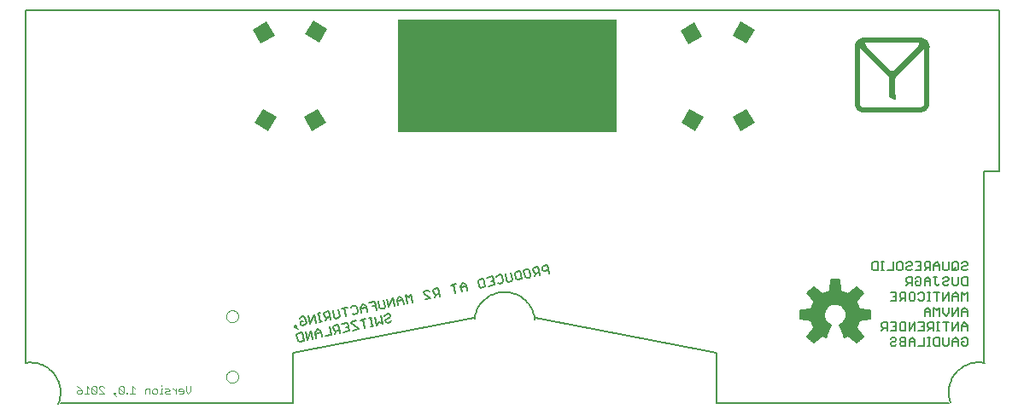
<source format=gbo>
G75*
%MOIN*%
%OFA0B0*%
%FSLAX24Y24*%
%IPPOS*%
%LPD*%
%AMOC8*
5,1,8,0,0,1.08239X$1,22.5*
%
%ADD10C,0.0080*%
%ADD11C,0.0079*%
%ADD12C,0.0060*%
%ADD13C,0.0030*%
%ADD14R,0.0630X0.0630*%
%ADD15R,0.8543X0.4409*%
%ADD16C,0.0059*%
%ADD17C,0.0210*%
%ADD18C,0.0240*%
%ADD19C,0.0220*%
%ADD20C,0.0010*%
%ADD21C,0.0000*%
D10*
X001687Y016424D02*
X039679Y016424D01*
D11*
X002967Y001023D02*
X002990Y001086D01*
X003010Y001151D01*
X003026Y001217D01*
X003039Y001283D01*
X003047Y001350D01*
X003052Y001417D01*
X003053Y001485D01*
X003050Y001552D01*
X003043Y001620D01*
X003032Y001686D01*
X003018Y001752D01*
X003000Y001818D01*
X002978Y001881D01*
X002952Y001944D01*
X002923Y002005D01*
X002891Y002064D01*
X002855Y002122D01*
X002816Y002177D01*
X002774Y002230D01*
X002728Y002280D01*
X002681Y002328D01*
X002630Y002373D01*
X002577Y002414D01*
X002522Y002453D01*
X002464Y002489D01*
X002405Y002521D01*
X002344Y002550D01*
X002281Y002575D01*
X002217Y002597D01*
X002152Y002615D01*
X002086Y002629D01*
X002019Y002640D01*
X001952Y002646D01*
X001884Y002649D01*
X001817Y002648D01*
X001749Y002643D01*
X001682Y002634D01*
X001687Y002645D02*
X001687Y016424D01*
X012120Y003038D02*
X019203Y004382D01*
X019211Y004376D02*
X019221Y004443D01*
X019236Y004509D01*
X019254Y004575D01*
X019276Y004639D01*
X019302Y004701D01*
X019331Y004763D01*
X019363Y004822D01*
X019399Y004879D01*
X019438Y004935D01*
X019481Y004988D01*
X019526Y005038D01*
X019574Y005086D01*
X019624Y005131D01*
X019678Y005173D01*
X019733Y005212D01*
X019791Y005247D01*
X019850Y005280D01*
X019911Y005309D01*
X019974Y005334D01*
X020038Y005355D01*
X020104Y005373D01*
X020170Y005387D01*
X020237Y005398D01*
X020304Y005404D01*
X020372Y005407D01*
X020440Y005406D01*
X020507Y005401D01*
X020574Y005392D01*
X020641Y005379D01*
X020707Y005362D01*
X020771Y005342D01*
X020835Y005318D01*
X020896Y005290D01*
X020957Y005259D01*
X021015Y005225D01*
X021071Y005187D01*
X021125Y005146D01*
X021177Y005102D01*
X021226Y005055D01*
X021272Y005006D01*
X021315Y004954D01*
X021355Y004899D01*
X021392Y004843D01*
X021426Y004784D01*
X021456Y004723D01*
X021483Y004661D01*
X021507Y004597D01*
X021526Y004533D01*
X021542Y004467D01*
X021554Y004400D01*
X021562Y004333D01*
X021603Y004382D02*
X028656Y003038D01*
X028656Y001070D01*
X037711Y001070D01*
X037784Y001088D02*
X037763Y001152D01*
X037747Y001216D01*
X037734Y001282D01*
X037724Y001348D01*
X037719Y001414D01*
X037717Y001481D01*
X037719Y001547D01*
X037725Y001614D01*
X037734Y001680D01*
X037747Y001745D01*
X037764Y001809D01*
X037785Y001873D01*
X037809Y001935D01*
X037837Y001996D01*
X037867Y002055D01*
X037902Y002112D01*
X037939Y002167D01*
X037980Y002220D01*
X038023Y002270D01*
X038069Y002318D01*
X038118Y002364D01*
X038169Y002406D01*
X038223Y002446D01*
X038279Y002482D01*
X038337Y002515D01*
X038396Y002545D01*
X038457Y002571D01*
X038520Y002594D01*
X038584Y002614D01*
X038649Y002629D01*
X038714Y002641D01*
X038780Y002650D01*
X038847Y002654D01*
X038913Y002655D01*
X038980Y002652D01*
X039046Y002645D01*
X039112Y002634D01*
X039089Y002645D02*
X039089Y010125D01*
X039679Y010125D01*
X039679Y016424D01*
X012120Y003038D02*
X012120Y001070D01*
X003065Y001070D01*
D12*
X012318Y003512D02*
X012272Y003730D01*
X012315Y003796D01*
X012478Y003830D01*
X012548Y003504D01*
X012384Y003469D01*
X012318Y003512D01*
X012684Y003533D02*
X012615Y003859D01*
X012833Y003906D02*
X012684Y003533D01*
X012902Y003579D02*
X012833Y003906D01*
X012993Y003826D02*
X013039Y003608D01*
X013004Y003771D02*
X013222Y003818D01*
X013211Y003872D02*
X013257Y003654D01*
X013394Y003683D02*
X013611Y003730D01*
X013542Y004056D01*
X013690Y004031D02*
X013714Y003922D01*
X013780Y003879D01*
X013943Y003914D01*
X013966Y003805D02*
X013897Y004132D01*
X013733Y004097D01*
X013690Y004031D01*
X013834Y003891D02*
X013748Y003759D01*
X014103Y003834D02*
X014321Y003880D01*
X014251Y004207D01*
X014033Y004161D01*
X014177Y004021D02*
X014286Y004044D01*
X014400Y004182D02*
X014664Y004010D01*
X014675Y003956D01*
X014457Y003910D01*
X014400Y004182D02*
X014388Y004236D01*
X014606Y004283D01*
X014743Y004312D02*
X014960Y004358D01*
X014851Y004335D02*
X014921Y004008D01*
X015157Y004058D02*
X015266Y004081D01*
X015212Y004070D02*
X015142Y004397D01*
X015088Y004385D02*
X015197Y004408D01*
X015334Y004437D02*
X015403Y004111D01*
X015489Y004243D01*
X015621Y004157D01*
X015551Y004484D01*
X015700Y004458D02*
X015743Y004524D01*
X015851Y004547D01*
X015917Y004504D01*
X015929Y004450D01*
X015886Y004384D01*
X015777Y004361D01*
X015734Y004295D01*
X015746Y004240D01*
X015812Y004197D01*
X015921Y004221D01*
X015964Y004287D01*
X015871Y004814D02*
X015802Y005140D01*
X015665Y005111D02*
X015723Y004839D01*
X015680Y004773D01*
X015571Y004750D01*
X015505Y004793D01*
X015447Y005065D01*
X015310Y005036D02*
X015380Y004709D01*
X015345Y004873D02*
X015236Y004850D01*
X015310Y005036D02*
X015093Y004990D01*
X014979Y004852D02*
X014847Y004938D01*
X014761Y004805D01*
X014807Y004588D01*
X014659Y004613D02*
X014616Y004547D01*
X014507Y004524D01*
X014441Y004567D01*
X014395Y004785D02*
X014438Y004851D01*
X014547Y004874D01*
X014613Y004831D01*
X014659Y004613D01*
X014773Y004751D02*
X014991Y004797D01*
X014979Y004852D02*
X015025Y004634D01*
X014247Y004810D02*
X014029Y004764D01*
X014138Y004787D02*
X014207Y004460D01*
X013950Y004462D02*
X013892Y004735D01*
X013674Y004688D02*
X013732Y004416D01*
X013798Y004373D01*
X013907Y004396D01*
X013950Y004462D01*
X013607Y004332D02*
X013537Y004659D01*
X013374Y004624D01*
X013331Y004558D01*
X013354Y004450D01*
X013420Y004407D01*
X013584Y004441D01*
X013475Y004418D02*
X013389Y004286D01*
X013252Y004257D02*
X013143Y004234D01*
X013198Y004246D02*
X013128Y004572D01*
X013074Y004561D02*
X013183Y004584D01*
X012946Y004534D02*
X012798Y004161D01*
X012729Y004487D01*
X012603Y004404D02*
X012650Y004186D01*
X012607Y004120D01*
X012498Y004097D01*
X012432Y004140D01*
X012409Y004249D01*
X012518Y004272D01*
X012603Y004404D02*
X012537Y004447D01*
X012428Y004423D01*
X012386Y004357D01*
X012241Y004099D02*
X012252Y004045D01*
X012198Y004033D01*
X012186Y004087D01*
X012241Y004099D01*
X012198Y004033D02*
X012330Y003947D01*
X012993Y003826D02*
X013078Y003958D01*
X013211Y003872D01*
X013016Y004207D02*
X012946Y004534D01*
X015871Y004814D02*
X016020Y005187D01*
X016089Y004860D01*
X016226Y004889D02*
X016180Y005107D01*
X016265Y005239D01*
X016397Y005153D01*
X016444Y004935D01*
X016580Y004965D02*
X016511Y005291D01*
X016643Y005205D01*
X016729Y005338D01*
X016798Y005011D01*
X016409Y005099D02*
X016191Y005053D01*
X017243Y005333D02*
X017232Y005388D01*
X017275Y005454D01*
X017383Y005477D01*
X017449Y005434D01*
X017586Y005463D02*
X017609Y005354D01*
X017675Y005311D01*
X017839Y005346D01*
X017862Y005237D02*
X017793Y005564D01*
X017629Y005529D01*
X017586Y005463D01*
X017730Y005323D02*
X017644Y005191D01*
X017507Y005162D02*
X017290Y005115D01*
X017507Y005162D02*
X017243Y005333D01*
X018284Y005668D02*
X018502Y005714D01*
X018393Y005691D02*
X018462Y005365D01*
X018708Y005417D02*
X018662Y005635D01*
X018747Y005767D01*
X018879Y005681D01*
X018926Y005463D01*
X018891Y005626D02*
X018673Y005580D01*
X019359Y005840D02*
X019406Y005622D01*
X019472Y005579D01*
X019635Y005614D01*
X019565Y005940D01*
X019402Y005906D01*
X019359Y005840D01*
X019702Y005970D02*
X019920Y006016D01*
X019990Y005689D01*
X019772Y005643D01*
X019846Y005829D02*
X019955Y005853D01*
X020068Y005990D02*
X020111Y006057D01*
X020220Y006080D01*
X020286Y006037D01*
X020333Y005819D01*
X020290Y005753D01*
X020181Y005730D01*
X020115Y005773D01*
X020469Y005848D02*
X020411Y006120D01*
X020629Y006167D02*
X020687Y005894D01*
X020644Y005828D01*
X020535Y005805D01*
X020469Y005848D01*
X020824Y005923D02*
X020778Y006141D01*
X020820Y006207D01*
X020984Y006242D01*
X021053Y005915D01*
X020890Y005881D01*
X020824Y005923D01*
X021179Y005999D02*
X021132Y006217D01*
X021175Y006283D01*
X021284Y006306D01*
X021350Y006263D01*
X021396Y006045D01*
X021353Y005979D01*
X021245Y005956D01*
X021179Y005999D01*
X021545Y006020D02*
X021630Y006152D01*
X021576Y006140D02*
X021510Y006183D01*
X021487Y006292D01*
X021530Y006358D01*
X021693Y006393D01*
X021762Y006066D01*
X021739Y006175D02*
X021576Y006140D01*
X021865Y006258D02*
X021931Y006216D01*
X022094Y006250D01*
X022117Y006141D02*
X022048Y006468D01*
X021884Y006433D01*
X021841Y006367D01*
X021865Y006258D01*
X034724Y006304D02*
X034724Y006527D01*
X034779Y006582D01*
X034946Y006582D01*
X034946Y006248D01*
X034779Y006248D01*
X034724Y006304D01*
X035077Y006248D02*
X035188Y006248D01*
X035132Y006248D02*
X035132Y006582D01*
X035077Y006582D02*
X035188Y006582D01*
X035328Y006248D02*
X035551Y006248D01*
X035551Y006582D01*
X035690Y006527D02*
X035746Y006582D01*
X035857Y006582D01*
X035913Y006527D01*
X035913Y006304D01*
X035857Y006248D01*
X035746Y006248D01*
X035690Y006304D01*
X035690Y006527D01*
X036053Y006527D02*
X036109Y006582D01*
X036220Y006582D01*
X036276Y006527D01*
X036276Y006471D01*
X036220Y006415D01*
X036109Y006415D01*
X036053Y006360D01*
X036053Y006304D01*
X036109Y006248D01*
X036220Y006248D01*
X036276Y006304D01*
X036415Y006248D02*
X036638Y006248D01*
X036638Y006582D01*
X036415Y006582D01*
X036527Y006415D02*
X036638Y006415D01*
X036778Y006415D02*
X036834Y006360D01*
X037001Y006360D01*
X036889Y006360D02*
X036778Y006248D01*
X036778Y006415D02*
X036778Y006527D01*
X036834Y006582D01*
X037001Y006582D01*
X037001Y006248D01*
X037140Y006248D02*
X037140Y006471D01*
X037252Y006582D01*
X037363Y006471D01*
X037363Y006248D01*
X037503Y006304D02*
X037503Y006582D01*
X037363Y006415D02*
X037140Y006415D01*
X037503Y006304D02*
X037559Y006248D01*
X037670Y006248D01*
X037726Y006304D01*
X037726Y006582D01*
X037866Y006527D02*
X037866Y006304D01*
X037921Y006248D01*
X038032Y006248D01*
X038088Y006304D01*
X038088Y006527D01*
X038032Y006582D01*
X037921Y006582D01*
X037866Y006527D01*
X037977Y006360D02*
X037866Y006248D01*
X037866Y005992D02*
X037866Y005713D01*
X037921Y005658D01*
X038032Y005658D01*
X038088Y005713D01*
X038088Y005992D01*
X038228Y005936D02*
X038284Y005992D01*
X038451Y005992D01*
X038451Y005658D01*
X038284Y005658D01*
X038228Y005713D01*
X038228Y005936D01*
X038284Y006248D02*
X038395Y006248D01*
X038451Y006304D01*
X038395Y006415D02*
X038284Y006415D01*
X038228Y006360D01*
X038228Y006304D01*
X038284Y006248D01*
X038395Y006415D02*
X038451Y006471D01*
X038451Y006527D01*
X038395Y006582D01*
X038284Y006582D01*
X038228Y006527D01*
X037670Y005992D02*
X037726Y005936D01*
X037726Y005880D01*
X037670Y005825D01*
X037559Y005825D01*
X037503Y005769D01*
X037503Y005713D01*
X037559Y005658D01*
X037670Y005658D01*
X037726Y005713D01*
X037670Y005992D02*
X037559Y005992D01*
X037503Y005936D01*
X037252Y005992D02*
X037140Y005992D01*
X037196Y005992D02*
X037196Y005713D01*
X037252Y005658D01*
X037307Y005658D01*
X037363Y005713D01*
X037363Y005401D02*
X037140Y005401D01*
X037252Y005401D02*
X037252Y005067D01*
X037503Y005067D02*
X037503Y005401D01*
X037726Y005401D02*
X037503Y005067D01*
X037726Y005067D02*
X037726Y005401D01*
X037866Y005290D02*
X037866Y005067D01*
X037866Y005234D02*
X038088Y005234D01*
X038088Y005290D02*
X037977Y005401D01*
X037866Y005290D01*
X038088Y005290D02*
X038088Y005067D01*
X038228Y005067D02*
X038228Y005401D01*
X038339Y005290D01*
X038451Y005401D01*
X038451Y005067D01*
X038339Y004811D02*
X038228Y004699D01*
X038228Y004477D01*
X038088Y004477D02*
X038088Y004811D01*
X037866Y004477D01*
X037866Y004811D01*
X037726Y004811D02*
X037726Y004588D01*
X037614Y004477D01*
X037503Y004588D01*
X037503Y004811D01*
X037363Y004811D02*
X037252Y004699D01*
X037140Y004811D01*
X037140Y004477D01*
X037001Y004477D02*
X037001Y004699D01*
X036889Y004811D01*
X036778Y004699D01*
X036778Y004477D01*
X036778Y004644D02*
X037001Y004644D01*
X037363Y004477D02*
X037363Y004811D01*
X037001Y005067D02*
X036889Y005067D01*
X036945Y005067D02*
X036945Y005401D01*
X037001Y005401D02*
X036889Y005401D01*
X036759Y005345D02*
X036703Y005401D01*
X036592Y005401D01*
X036536Y005345D01*
X036396Y005345D02*
X036396Y005123D01*
X036341Y005067D01*
X036229Y005067D01*
X036174Y005123D01*
X036174Y005345D01*
X036229Y005401D01*
X036341Y005401D01*
X036396Y005345D01*
X036536Y005123D02*
X036592Y005067D01*
X036703Y005067D01*
X036759Y005123D01*
X036759Y005345D01*
X036778Y005658D02*
X036778Y005880D01*
X036889Y005992D01*
X037001Y005880D01*
X037001Y005658D01*
X037001Y005825D02*
X036778Y005825D01*
X036638Y005936D02*
X036638Y005713D01*
X036582Y005658D01*
X036471Y005658D01*
X036415Y005713D01*
X036415Y005825D01*
X036527Y005825D01*
X036638Y005936D02*
X036582Y005992D01*
X036471Y005992D01*
X036415Y005936D01*
X036276Y005992D02*
X036109Y005992D01*
X036053Y005936D01*
X036053Y005825D01*
X036109Y005769D01*
X036276Y005769D01*
X036276Y005658D02*
X036276Y005992D01*
X036164Y005769D02*
X036053Y005658D01*
X036034Y005401D02*
X035867Y005401D01*
X035811Y005345D01*
X035811Y005234D01*
X035867Y005179D01*
X036034Y005179D01*
X035923Y005179D02*
X035811Y005067D01*
X035671Y005067D02*
X035449Y005067D01*
X035560Y005234D02*
X035671Y005234D01*
X035671Y005401D02*
X035671Y005067D01*
X036034Y005067D02*
X036034Y005401D01*
X035671Y005401D02*
X035449Y005401D01*
X035449Y004220D02*
X035671Y004220D01*
X035671Y003886D01*
X035449Y003886D01*
X035309Y003886D02*
X035309Y004220D01*
X035142Y004220D01*
X035086Y004164D01*
X035086Y004053D01*
X035142Y003997D01*
X035309Y003997D01*
X035198Y003997D02*
X035086Y003886D01*
X035449Y003574D02*
X035504Y003630D01*
X035616Y003630D01*
X035671Y003574D01*
X035671Y003518D01*
X035616Y003463D01*
X035504Y003463D01*
X035449Y003407D01*
X035449Y003351D01*
X035504Y003296D01*
X035616Y003296D01*
X035671Y003351D01*
X035811Y003351D02*
X035867Y003296D01*
X036034Y003296D01*
X036034Y003630D01*
X035867Y003630D01*
X035811Y003574D01*
X035811Y003518D01*
X035867Y003463D01*
X036034Y003463D01*
X036174Y003463D02*
X036396Y003463D01*
X036396Y003518D02*
X036285Y003630D01*
X036174Y003518D01*
X036174Y003296D01*
X036396Y003296D02*
X036396Y003518D01*
X036536Y003296D02*
X036759Y003296D01*
X036759Y003630D01*
X036889Y003630D02*
X037001Y003630D01*
X036945Y003630D02*
X036945Y003296D01*
X037001Y003296D02*
X036889Y003296D01*
X037140Y003351D02*
X037140Y003574D01*
X037196Y003630D01*
X037363Y003630D01*
X037363Y003296D01*
X037196Y003296D01*
X037140Y003351D01*
X037503Y003351D02*
X037503Y003630D01*
X037726Y003630D02*
X037726Y003351D01*
X037670Y003296D01*
X037559Y003296D01*
X037503Y003351D01*
X037866Y003296D02*
X037866Y003518D01*
X037977Y003630D01*
X038088Y003518D01*
X038088Y003296D01*
X038228Y003351D02*
X038284Y003296D01*
X038395Y003296D01*
X038451Y003351D01*
X038451Y003574D01*
X038395Y003630D01*
X038284Y003630D01*
X038228Y003574D01*
X038228Y003463D02*
X038339Y003463D01*
X038228Y003463D02*
X038228Y003351D01*
X038088Y003463D02*
X037866Y003463D01*
X037866Y003886D02*
X037866Y004220D01*
X037726Y004220D02*
X037503Y004220D01*
X037614Y004220D02*
X037614Y003886D01*
X037363Y003886D02*
X037252Y003886D01*
X037307Y003886D02*
X037307Y004220D01*
X037252Y004220D02*
X037363Y004220D01*
X037121Y004220D02*
X036954Y004220D01*
X036899Y004164D01*
X036899Y004053D01*
X036954Y003997D01*
X037121Y003997D01*
X037010Y003997D02*
X036899Y003886D01*
X036759Y003886D02*
X036536Y003886D01*
X036396Y003886D02*
X036396Y004220D01*
X036174Y003886D01*
X036174Y004220D01*
X036034Y004220D02*
X035867Y004220D01*
X035811Y004164D01*
X035811Y003942D01*
X035867Y003886D01*
X036034Y003886D01*
X036034Y004220D01*
X035671Y004053D02*
X035560Y004053D01*
X035867Y003463D02*
X035811Y003407D01*
X035811Y003351D01*
X036648Y004053D02*
X036759Y004053D01*
X036759Y004220D02*
X036759Y003886D01*
X036759Y004220D02*
X036536Y004220D01*
X037121Y004220D02*
X037121Y003886D01*
X037866Y003886D02*
X038088Y004220D01*
X038088Y003886D01*
X038228Y003886D02*
X038228Y004109D01*
X038339Y004220D01*
X038451Y004109D01*
X038451Y003886D01*
X038451Y004053D02*
X038228Y004053D01*
X038451Y004477D02*
X038451Y004699D01*
X038339Y004811D01*
X038228Y004644D02*
X038451Y004644D01*
D13*
X008133Y001715D02*
X008133Y001525D01*
X008038Y001430D01*
X007943Y001525D01*
X007943Y001715D01*
X007843Y001572D02*
X007843Y001477D01*
X007795Y001430D01*
X007700Y001430D01*
X007653Y001525D02*
X007843Y001525D01*
X007843Y001572D02*
X007795Y001620D01*
X007700Y001620D01*
X007653Y001572D01*
X007653Y001525D01*
X007553Y001525D02*
X007458Y001620D01*
X007410Y001620D01*
X007311Y001572D02*
X007264Y001620D01*
X007121Y001620D01*
X007021Y001620D02*
X006974Y001620D01*
X006974Y001430D01*
X007021Y001430D02*
X006926Y001430D01*
X006828Y001477D02*
X006780Y001430D01*
X006685Y001430D01*
X006638Y001477D01*
X006638Y001572D01*
X006685Y001620D01*
X006780Y001620D01*
X006828Y001572D01*
X006828Y001477D01*
X006974Y001715D02*
X006974Y001762D01*
X007169Y001525D02*
X007264Y001525D01*
X007311Y001572D01*
X007311Y001430D02*
X007169Y001430D01*
X007121Y001477D01*
X007169Y001525D01*
X007553Y001430D02*
X007553Y001620D01*
X006538Y001620D02*
X006538Y001430D01*
X006538Y001620D02*
X006395Y001620D01*
X006348Y001572D01*
X006348Y001430D01*
X005958Y001430D02*
X005768Y001430D01*
X005863Y001430D02*
X005863Y001715D01*
X005958Y001620D01*
X005668Y001477D02*
X005620Y001477D01*
X005620Y001430D01*
X005668Y001430D01*
X005668Y001477D01*
X005523Y001477D02*
X005333Y001667D01*
X005333Y001477D01*
X005380Y001430D01*
X005475Y001430D01*
X005523Y001477D01*
X005523Y001667D01*
X005475Y001715D01*
X005380Y001715D01*
X005333Y001667D01*
X005185Y001477D02*
X005185Y001430D01*
X005138Y001430D01*
X005138Y001477D01*
X005185Y001477D01*
X005138Y001430D02*
X005233Y001335D01*
X004749Y001430D02*
X004559Y001620D01*
X004559Y001667D01*
X004607Y001715D01*
X004702Y001715D01*
X004749Y001667D01*
X004749Y001430D02*
X004559Y001430D01*
X004459Y001477D02*
X004269Y001667D01*
X004269Y001477D01*
X004317Y001430D01*
X004412Y001430D01*
X004459Y001477D01*
X004459Y001667D01*
X004412Y001715D01*
X004317Y001715D01*
X004269Y001667D01*
X004169Y001620D02*
X004074Y001715D01*
X004074Y001430D01*
X004169Y001430D02*
X003979Y001430D01*
X003879Y001477D02*
X003832Y001430D01*
X003737Y001430D01*
X003689Y001477D01*
X003689Y001525D01*
X003737Y001572D01*
X003879Y001572D01*
X003879Y001477D01*
X003879Y001572D02*
X003784Y001667D01*
X003689Y001715D01*
D14*
G36*
X011172Y011703D02*
X010627Y012018D01*
X010942Y012563D01*
X011487Y012248D01*
X011172Y011703D01*
G37*
G36*
X013101Y012563D02*
X013416Y012018D01*
X012871Y011703D01*
X012556Y012248D01*
X013101Y012563D01*
G37*
G36*
X012911Y016027D02*
X013456Y015712D01*
X013141Y015167D01*
X012596Y015482D01*
X012911Y016027D01*
G37*
G36*
X010863Y015128D02*
X010548Y015673D01*
X011093Y015988D01*
X011408Y015443D01*
X010863Y015128D01*
G37*
G36*
X027556Y015089D02*
X027241Y015634D01*
X027786Y015949D01*
X028101Y015404D01*
X027556Y015089D01*
G37*
G36*
X029604Y015988D02*
X030149Y015673D01*
X029834Y015128D01*
X029289Y015443D01*
X029604Y015988D01*
G37*
G36*
X029834Y012563D02*
X030149Y012018D01*
X029604Y011703D01*
X029289Y012248D01*
X029834Y012563D01*
G37*
G36*
X027826Y011703D02*
X027281Y012018D01*
X027596Y012563D01*
X028141Y012248D01*
X027826Y011703D01*
G37*
D15*
X020486Y013865D03*
D16*
X033124Y005883D02*
X033460Y005883D01*
X033505Y005439D01*
X033605Y005409D01*
X033702Y005369D01*
X033794Y005319D01*
X034140Y005601D01*
X034378Y005364D01*
X034095Y005018D01*
X034146Y004926D01*
X034186Y004829D01*
X034215Y004729D01*
X034659Y004683D01*
X034659Y004348D01*
X034215Y004302D01*
X034186Y004202D01*
X034146Y004105D01*
X034095Y004014D01*
X034378Y003667D01*
X034140Y003430D01*
X033794Y003712D01*
X033726Y003673D01*
X033654Y003640D01*
X033457Y004118D01*
X033521Y004151D01*
X033579Y004194D01*
X033628Y004247D01*
X033669Y004307D01*
X033698Y004373D01*
X033716Y004443D01*
X033722Y004516D01*
X033715Y004596D01*
X033692Y004674D01*
X033656Y004746D01*
X033606Y004809D01*
X033546Y004863D01*
X033477Y004904D01*
X033401Y004932D01*
X033321Y004945D01*
X033240Y004943D01*
X033161Y004926D01*
X033087Y004894D01*
X033020Y004850D01*
X032962Y004793D01*
X032916Y004727D01*
X032884Y004653D01*
X032865Y004574D01*
X032862Y004494D01*
X032873Y004414D01*
X032900Y004337D01*
X032940Y004267D01*
X032992Y004206D01*
X033056Y004155D01*
X033127Y004118D01*
X032929Y003640D01*
X032858Y003673D01*
X032790Y003712D01*
X032443Y003430D01*
X032206Y003667D01*
X032488Y004014D01*
X032438Y004105D01*
X032398Y004202D01*
X032369Y004302D01*
X031924Y004348D01*
X031924Y004683D01*
X032369Y004729D01*
X032398Y004829D01*
X032438Y004926D01*
X032488Y005018D01*
X032206Y005364D01*
X032443Y005601D01*
X032790Y005319D01*
X032881Y005369D01*
X032978Y005409D01*
X033079Y005439D01*
X033124Y005883D01*
X033122Y005865D02*
X033461Y005865D01*
X033467Y005808D02*
X033116Y005808D01*
X033110Y005750D02*
X033473Y005750D01*
X033479Y005693D02*
X033104Y005693D01*
X033099Y005635D02*
X033485Y005635D01*
X033491Y005578D02*
X033093Y005578D01*
X033087Y005520D02*
X033497Y005520D01*
X033502Y005462D02*
X033081Y005462D01*
X032967Y005405D02*
X033616Y005405D01*
X033742Y005347D02*
X032841Y005347D01*
X032755Y005347D02*
X032219Y005347D01*
X032247Y005405D02*
X032684Y005405D01*
X032614Y005462D02*
X032304Y005462D01*
X032362Y005520D02*
X032543Y005520D01*
X032473Y005578D02*
X032420Y005578D01*
X032266Y005290D02*
X034317Y005290D01*
X034364Y005347D02*
X033829Y005347D01*
X033899Y005405D02*
X034337Y005405D01*
X034279Y005462D02*
X033970Y005462D01*
X034040Y005520D02*
X034221Y005520D01*
X034164Y005578D02*
X034111Y005578D01*
X034270Y005232D02*
X032313Y005232D01*
X032360Y005175D02*
X034223Y005175D01*
X034176Y005117D02*
X032407Y005117D01*
X032454Y005060D02*
X034129Y005060D01*
X034104Y005002D02*
X032480Y005002D01*
X032448Y004944D02*
X033294Y004944D01*
X033325Y004944D02*
X034135Y004944D01*
X034162Y004887D02*
X033506Y004887D01*
X033584Y004829D02*
X034186Y004829D01*
X034202Y004772D02*
X033636Y004772D01*
X033672Y004714D02*
X034357Y004714D01*
X034659Y004657D02*
X033697Y004657D01*
X033714Y004599D02*
X034659Y004599D01*
X034659Y004542D02*
X033720Y004542D01*
X033720Y004484D02*
X034659Y004484D01*
X034659Y004426D02*
X033712Y004426D01*
X033696Y004369D02*
X034659Y004369D01*
X034303Y004311D02*
X033670Y004311D01*
X033633Y004254D02*
X034201Y004254D01*
X034183Y004196D02*
X033580Y004196D01*
X033497Y004139D02*
X034159Y004139D01*
X034132Y004081D02*
X033472Y004081D01*
X033496Y004024D02*
X034101Y004024D01*
X034134Y003966D02*
X033519Y003966D01*
X033543Y003908D02*
X034181Y003908D01*
X034228Y003851D02*
X033567Y003851D01*
X033591Y003793D02*
X034275Y003793D01*
X034322Y003736D02*
X033615Y003736D01*
X033639Y003678D02*
X033734Y003678D01*
X033835Y003678D02*
X034369Y003678D01*
X034331Y003621D02*
X033906Y003621D01*
X033976Y003563D02*
X034273Y003563D01*
X034216Y003506D02*
X034047Y003506D01*
X034118Y003448D02*
X034158Y003448D01*
X033040Y003908D02*
X032403Y003908D01*
X032356Y003851D02*
X033016Y003851D01*
X032993Y003793D02*
X032309Y003793D01*
X032262Y003736D02*
X032969Y003736D01*
X032945Y003678D02*
X032849Y003678D01*
X032748Y003678D02*
X032215Y003678D01*
X032252Y003621D02*
X032678Y003621D01*
X032607Y003563D02*
X032310Y003563D01*
X032368Y003506D02*
X032536Y003506D01*
X032466Y003448D02*
X032425Y003448D01*
X032450Y003966D02*
X033064Y003966D01*
X033088Y004024D02*
X032483Y004024D01*
X032451Y004081D02*
X033112Y004081D01*
X033087Y004139D02*
X032424Y004139D01*
X032400Y004196D02*
X033005Y004196D01*
X032951Y004254D02*
X032383Y004254D01*
X032281Y004311D02*
X032915Y004311D01*
X032889Y004369D02*
X031924Y004369D01*
X031924Y004426D02*
X032871Y004426D01*
X032863Y004484D02*
X031924Y004484D01*
X031924Y004542D02*
X032864Y004542D01*
X032871Y004599D02*
X031924Y004599D01*
X031924Y004657D02*
X032885Y004657D01*
X032911Y004714D02*
X032227Y004714D01*
X032381Y004772D02*
X032948Y004772D01*
X032999Y004829D02*
X032398Y004829D01*
X032422Y004887D02*
X033076Y004887D01*
D17*
X034363Y012532D02*
X034383Y012532D01*
X036583Y012532D01*
X036873Y012772D02*
X036873Y014962D01*
X036873Y014963D02*
X036874Y014993D01*
X036871Y015024D01*
X036865Y015053D01*
X036855Y015082D01*
X036843Y015110D01*
X036827Y015136D01*
X036808Y015160D01*
X036787Y015182D01*
X036764Y015201D01*
X036738Y015218D01*
X036711Y015232D01*
X036683Y015242D01*
X036653Y015249D01*
X036623Y015253D01*
X036623Y015252D02*
X034443Y015252D01*
X034433Y015253D02*
X034403Y015254D01*
X034372Y015251D01*
X034343Y015245D01*
X034314Y015235D01*
X034286Y015223D01*
X034260Y015207D01*
X034236Y015188D01*
X034214Y015167D01*
X034195Y015144D01*
X034178Y015118D01*
X034164Y015091D01*
X034154Y015063D01*
X034147Y015033D01*
X034143Y015003D01*
X034143Y015002D02*
X034143Y012822D01*
X034143Y012812D02*
X034142Y012781D01*
X034146Y012749D01*
X034153Y012718D01*
X034163Y012689D01*
X034177Y012661D01*
X034195Y012634D01*
X034215Y012610D01*
X034239Y012589D01*
X034264Y012571D01*
X034292Y012556D01*
X034321Y012544D01*
X034352Y012536D01*
X034383Y012532D01*
X036583Y012532D02*
X036613Y012531D01*
X036644Y012534D01*
X036673Y012540D01*
X036702Y012550D01*
X036730Y012562D01*
X036756Y012578D01*
X036780Y012597D01*
X036802Y012618D01*
X036821Y012641D01*
X036838Y012667D01*
X036852Y012694D01*
X036862Y012722D01*
X036869Y012752D01*
X036873Y012782D01*
D18*
X035503Y013132D02*
X035503Y013942D01*
X035553Y013972D02*
X035433Y013972D01*
X035503Y013852D02*
X036783Y015142D01*
X035513Y013842D02*
X034223Y015122D01*
D19*
X034293Y015182D02*
X034413Y014942D01*
X036613Y014982D02*
X036683Y015202D01*
D20*
X035617Y013122D02*
X035388Y013124D01*
X035388Y013054D01*
X035573Y012962D01*
X035617Y012962D01*
X035617Y013122D01*
X035617Y013118D02*
X035388Y013118D01*
X035388Y013109D02*
X035617Y013109D01*
X035617Y013101D02*
X035388Y013101D01*
X035388Y013092D02*
X035617Y013092D01*
X035617Y013084D02*
X035388Y013084D01*
X035388Y013075D02*
X035617Y013075D01*
X035617Y013067D02*
X035388Y013067D01*
X035388Y013058D02*
X035617Y013058D01*
X035617Y013050D02*
X035395Y013050D01*
X035412Y013041D02*
X035617Y013041D01*
X035617Y013033D02*
X035430Y013033D01*
X035447Y013024D02*
X035617Y013024D01*
X035617Y013016D02*
X035464Y013016D01*
X035482Y013007D02*
X035617Y013007D01*
X035617Y012999D02*
X035499Y012999D01*
X035516Y012990D02*
X035617Y012990D01*
X035617Y012982D02*
X035533Y012982D01*
X035551Y012973D02*
X035617Y012973D01*
X035617Y012965D02*
X035568Y012965D01*
D21*
X009522Y004456D02*
X009524Y004486D01*
X009530Y004516D01*
X009539Y004545D01*
X009552Y004572D01*
X009569Y004597D01*
X009588Y004620D01*
X009611Y004641D01*
X009636Y004658D01*
X009662Y004672D01*
X009691Y004682D01*
X009720Y004689D01*
X009750Y004692D01*
X009781Y004691D01*
X009811Y004686D01*
X009840Y004677D01*
X009867Y004665D01*
X009893Y004650D01*
X009917Y004631D01*
X009938Y004609D01*
X009956Y004585D01*
X009971Y004558D01*
X009982Y004530D01*
X009990Y004501D01*
X009994Y004471D01*
X009994Y004441D01*
X009990Y004411D01*
X009982Y004382D01*
X009971Y004354D01*
X009956Y004327D01*
X009938Y004303D01*
X009917Y004281D01*
X009893Y004262D01*
X009867Y004247D01*
X009840Y004235D01*
X009811Y004226D01*
X009781Y004221D01*
X009750Y004220D01*
X009720Y004223D01*
X009691Y004230D01*
X009662Y004240D01*
X009636Y004254D01*
X009611Y004271D01*
X009588Y004292D01*
X009569Y004315D01*
X009552Y004340D01*
X009539Y004367D01*
X009530Y004396D01*
X009524Y004426D01*
X009522Y004456D01*
X009522Y002094D02*
X009524Y002124D01*
X009530Y002154D01*
X009539Y002183D01*
X009552Y002210D01*
X009569Y002235D01*
X009588Y002258D01*
X009611Y002279D01*
X009636Y002296D01*
X009662Y002310D01*
X009691Y002320D01*
X009720Y002327D01*
X009750Y002330D01*
X009781Y002329D01*
X009811Y002324D01*
X009840Y002315D01*
X009867Y002303D01*
X009893Y002288D01*
X009917Y002269D01*
X009938Y002247D01*
X009956Y002223D01*
X009971Y002196D01*
X009982Y002168D01*
X009990Y002139D01*
X009994Y002109D01*
X009994Y002079D01*
X009990Y002049D01*
X009982Y002020D01*
X009971Y001992D01*
X009956Y001965D01*
X009938Y001941D01*
X009917Y001919D01*
X009893Y001900D01*
X009867Y001885D01*
X009840Y001873D01*
X009811Y001864D01*
X009781Y001859D01*
X009750Y001858D01*
X009720Y001861D01*
X009691Y001868D01*
X009662Y001878D01*
X009636Y001892D01*
X009611Y001909D01*
X009588Y001930D01*
X009569Y001953D01*
X009552Y001978D01*
X009539Y002005D01*
X009530Y002034D01*
X009524Y002064D01*
X009522Y002094D01*
M02*

</source>
